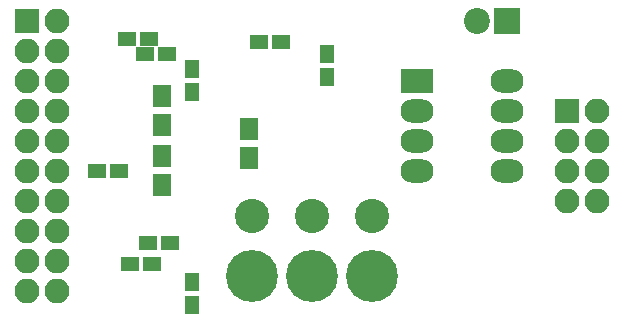
<source format=gbr>
G04 #@! TF.FileFunction,Soldermask,Bot*
%FSLAX46Y46*%
G04 Gerber Fmt 4.6, Leading zero omitted, Abs format (unit mm)*
G04 Created by KiCad (PCBNEW 4.0.4-stable) date 05/31/18 11:07:36*
%MOMM*%
%LPD*%
G01*
G04 APERTURE LIST*
%ADD10C,0.100000*%
%ADD11R,1.600000X1.150000*%
%ADD12R,1.650000X1.900000*%
%ADD13R,1.150000X1.600000*%
%ADD14R,2.200000X2.200000*%
%ADD15C,2.200000*%
%ADD16R,2.100000X2.100000*%
%ADD17O,2.100000X2.100000*%
%ADD18C,2.899360*%
%ADD19C,4.400500*%
%ADD20R,2.800000X2.000000*%
%ADD21O,2.800000X2.000000*%
G04 APERTURE END LIST*
D10*
D11*
X127442000Y-112014000D03*
X125542000Y-112014000D03*
X127188000Y-92964000D03*
X125288000Y-92964000D03*
D12*
X128270000Y-105390000D03*
X128270000Y-102890000D03*
X128270000Y-100310000D03*
X128270000Y-97810000D03*
D11*
X128712000Y-94234000D03*
X126812000Y-94234000D03*
X128966000Y-110236000D03*
X127066000Y-110236000D03*
D13*
X130810000Y-95570000D03*
X130810000Y-97470000D03*
X130810000Y-113604000D03*
X130810000Y-115504000D03*
D12*
X135636000Y-103104000D03*
X135636000Y-100604000D03*
D11*
X124648000Y-104140000D03*
X122748000Y-104140000D03*
X138364000Y-93218000D03*
X136464000Y-93218000D03*
D13*
X142240000Y-94300000D03*
X142240000Y-96200000D03*
D14*
X157480000Y-91440000D03*
D15*
X154940000Y-91440000D03*
D16*
X116840000Y-91440000D03*
D17*
X119380000Y-91440000D03*
X116840000Y-93980000D03*
X119380000Y-93980000D03*
X116840000Y-96520000D03*
X119380000Y-96520000D03*
X116840000Y-99060000D03*
X119380000Y-99060000D03*
X116840000Y-101600000D03*
X119380000Y-101600000D03*
X116840000Y-104140000D03*
X119380000Y-104140000D03*
X116840000Y-106680000D03*
X119380000Y-106680000D03*
X116840000Y-109220000D03*
X119380000Y-109220000D03*
X116840000Y-111760000D03*
X119380000Y-111760000D03*
X116840000Y-114300000D03*
X119380000Y-114300000D03*
D18*
X140970000Y-107950000D03*
D19*
X140970000Y-113030000D03*
D18*
X146050000Y-107950000D03*
D19*
X146050000Y-113030000D03*
D18*
X135890000Y-107950000D03*
D19*
X135890000Y-113030000D03*
D16*
X162560000Y-99060000D03*
D17*
X165100000Y-99060000D03*
X162560000Y-101600000D03*
X165100000Y-101600000D03*
X162560000Y-104140000D03*
X165100000Y-104140000D03*
X162560000Y-106680000D03*
X165100000Y-106680000D03*
D20*
X149860000Y-96520000D03*
D21*
X157480000Y-104140000D03*
X149860000Y-99060000D03*
X157480000Y-101600000D03*
X149860000Y-101600000D03*
X157480000Y-99060000D03*
X149860000Y-104140000D03*
X157480000Y-96520000D03*
M02*

</source>
